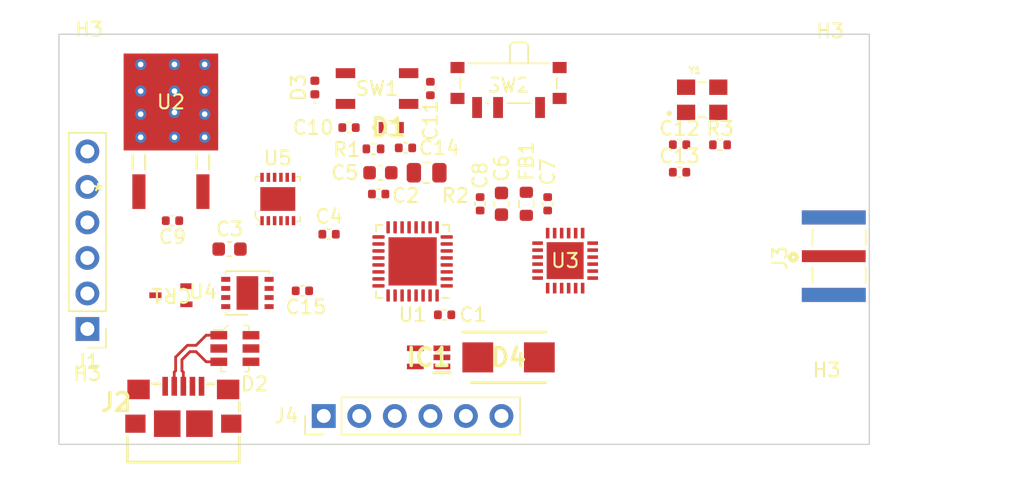
<source format=kicad_pcb>
(kicad_pcb (version 20221018) (generator pcbnew)
  (layers (0 "F.Cu" signal) (31 "B.Cu" signal) (34 "B.Paste" user) (35 "F.Paste" user) (36 "B.SilkS" user "B.Silkscreen") (37 "F.SilkS" user "F.Silkscreen") (38 "B.Mask" user) (39 "F.Mask" user) (44 "Edge.Cuts" user))
  (net 0 "")
  (net 4 "VBUS")
  (net 5 "GND")
  (net 7 "+3.3V")
  (net 8 "+3.3VA")
  (net 9 "/BOOT0")
  (net 10 "Net-(J1-Pin_2)")
  (net 11 "/USB Interface/USB_D-_C")
  (net 12 "Net-(J1-Pin_4)")
  (net 28 "/USB Interface/USB_D+_C")
  (net 29 "/USB Interface/USB_D+")
  (net 55 "/NRST")
  (net 56 "/DEBUG_JTDO-SWO")
  (net 57 "/DEBUG_JTSK_SWDIO")
  (net 58 "/DEBUG_JTSK_SWCLK")
  (net 59 "/DEBUG_JTSK_SWO")
  (net 60 "/USB Interface/USB_D-")
  (net 61 "Net-(D3-K)")
  (net 68 "/CAN_RX")
  (net 69 "/CAN_TX")
  (net 70 "Net-(C12-Pad1)")
  (net 71 "RCC_OSC_IN")
  (net 72 "RCC_OSC_OUT")
  (net 73 "/USART1_TX")
  (net 74 "/USART1_RX")
  (net 75 "Net-(U4-STBY)")
  (footprint "Capacitor_SMD:C_0402_1005Metric" (layer "F.Cu") (at 50.673 113.475 180)
    (fp_text reference "C15" (at -0.254 -1.16) (layer "F.SilkS"))
    (fp_text value "100u")
    (fp_line (start -0.107836 -0.36) (end 0.107836 -0.36) (stroke (width 0.12)) (layer "F.SilkS"))
    (fp_line (start -0.107836 0.36) (end 0.107836 0.36) (stroke (width 0.12)) (layer "F.SilkS"))
    (pad "1" smd roundrect (at -0.48 0 180) (size 0.56 0.62) (layers "F.Cu" "F.Paste" "F.Mask") (net 5 "GND"))
    (pad "2" smd roundrect (at 0.48 0 180) (size 0.56 0.62) (layers "F.Cu" "F.Paste" "F.Mask") (net 7 "+3.3V"))
  )
  (footprint "footprints:TAOGLAS_EMPCB.SMAFSTJ.B.HT" (layer "F.Cu") (at 88.646 110.998 90)
    (fp_text reference "J3" (at -0.13514 -3.84871 90) (layer "F.SilkS") (effects (font (size 1.000961 1.000961))))
    (fp_text value "Conn_Coaxial")
    (fp_line (start -1.9 -1.52) (end -0.8 -1.52) (stroke (width 0.127)) (layer "F.SilkS"))
    (fp_line (start -1.9 2.28) (end -0.8 2.28) (stroke (width 0.127)) (layer "F.SilkS"))
    (fp_line (start 0.8 -1.52) (end 1.9 -1.52) (stroke (width 0.127)) (layer "F.SilkS"))
    (fp_line (start 0.8 2.28) (end 1.9 2.28) (stroke (width 0.127)) (layer "F.SilkS"))
    (fp_circle (center -0.073 -2.888) (end 0.027 -2.888) (stroke (width 0.3)) (fill none) (layer "F.SilkS"))
    (pad "1" smd rect (at 0 0 90) (size 0.85 4.56) (layers "F.Cu" "F.Paste" "F.Mask"))
    (pad "SH1" smd rect (at -2.77 0 90) (size 1 4.56) (layers "F.Cu" "F.Paste" "F.Mask"))
    (pad "SH2" smd rect (at 2.77 0 90) (size 1 4.56) (layers "F.Cu" "F.Paste" "F.Mask"))
    (pad "SH3" smd rect (at -2.77 0 90) (size 1 4.56) (layers "B.Cu" "B.Paste" "B.Mask"))
    (pad "SH4" smd rect (at 2.77 0 90) (size 1 4.56) (layers "B.Cu" "B.Paste" "B.Mask"))
  )
  (footprint "Capacitor_SMD:C_0402_1005Metric" (layer "F.Cu") (at 56.121 106.553)
    (fp_text reference "C2" (at 1.933 0.1095 180) (layer "F.SilkS"))
    (fp_text value "100n")
    (fp_line (start -0.107836 -0.36) (end 0.107836 -0.36) (stroke (width 0.12)) (layer "F.SilkS"))
    (fp_line (start -0.107836 0.36) (end 0.107836 0.36) (stroke (width 0.12)) (layer "F.SilkS"))
    (pad "1" smd roundrect (at -0.48 0) (size 0.56 0.62) (layers "F.Cu" "F.Paste" "F.Mask") (net 7 "+3.3V"))
    (pad "2" smd roundrect (at 0.48 0) (size 0.56 0.62) (layers "F.Cu" "F.Paste" "F.Mask") (net 5 "GND"))
  )
  (footprint "LED_SMD:LED_0402_1005Metric" (layer "F.Cu") (at 51.562 98.933 90)
    (fp_text reference "D3" (at 0 -1.17 90) (layer "F.SilkS"))
    (fp_text value "RED")
    (fp_circle (center -1.09 0) (end -1.04 0) (stroke (width 0.1)) (fill none) (layer "F.SilkS"))
    (pad "1" smd roundrect (at -0.485 0 90) (size 0.59 0.64) (layers "F.Cu" "F.Paste" "F.Mask") (net 61 "Net-(D3-K)"))
    (pad "2" smd roundrect (at 0.485 0 90) (size 0.59 0.64) (layers "F.Cu" "F.Paste" "F.Mask") (net 4 "VBUS"))
  )
  (footprint "digikey-footprints:DFN-12-1EP_3x3mm" (layer "F.Cu") (at 48.913 106.908)
    (fp_text reference "U5" (at 0 -2.925) (layer "F.SilkS"))
    (fp_text value "FT234XD-R")
    (fp_line (start -1.6 -1.6) (end -1.6 -1.3) (stroke (width 0.1)) (layer "F.SilkS"))
    (fp_line (start -1.6 -1.6) (end -1.3 -1.6) (stroke (width 0.1)) (layer "F.SilkS"))
    (fp_line (start -1.6 0.9) (end -1.6 1.275) (stroke (width 0.1)) (layer "F.SilkS"))
    (fp_line (start -1.6 1.275) (end -1.3 1.575) (stroke (width 0.1)) (layer "F.SilkS"))
    (fp_line (start -1.3 1.575) (end -1.3 1.85) (stroke (width 0.1)) (layer "F.SilkS"))
    (fp_line (start 1.6 -1.6) (end 1.3 -1.6) (stroke (width 0.1)) (layer "F.SilkS"))
    (fp_line (start 1.6 -1.6) (end 1.6 -1.3) (stroke (width 0.1)) (layer "F.SilkS"))
    (fp_line (start 1.6 1.6) (end 1.3 1.6) (stroke (width 0.1)) (layer "F.SilkS"))
    (fp_line (start 1.6 1.6) (end 1.6 1.3) (stroke (width 0.1)) (layer "F.SilkS"))
    (pad "1" smd rect (at -1.125 1.55) (size 0.25 0.65) (layers "F.Cu" "F.Paste" "F.Mask"))
    (pad "2" smd rect (at -0.675 1.55) (size 0.25 0.65) (layers "F.Cu" "F.Paste" "F.Mask"))
    (pad "3" smd rect (at -0.225 1.55) (size 0.25 0.65) (layers "F.Cu" "F.Paste" "F.Mask"))
    (pad "4" smd rect (at 0.225 1.55) (size 0.25 0.65) (layers "F.Cu" "F.Paste" "F.Mask"))
    (pad "5" smd rect (at 0.675 1.55) (size 0.25 0.65) (layers "F.Cu" "F.Paste" "F.Mask") (net 5 "GND"))
    (pad "6" smd rect (at 1.125 1.55) (size 0.25 0.65) (layers "F.Cu" "F.Paste" "F.Mask"))
    (pad "7" smd rect (at 1.125 -1.55) (size 0.25 0.65) (layers "F.Cu" "F.Paste" "F.Mask") (net 73 "/USART1_TX"))
    (pad "8" smd rect (at 0.675 -1.55) (size 0.25 0.65) (layers "F.Cu" "F.Paste" "F.Mask"))
    (pad "9" smd rect (at 0.225 -1.55) (size 0.25 0.65) (layers "F.Cu" "F.Paste" "F.Mask"))
    (pad "10" smd rect (at -0.225 -1.55) (size 0.25 0.65) (layers "F.Cu" "F.Paste" "F.Mask") (net 74 "/USART1_RX"))
    (pad "11" smd rect (at -0.675 -1.55) (size 0.25 0.65) (layers "F.Cu" "F.Paste" "F.Mask"))
    (pad "12" smd rect (at -1.125 -1.55) (size 0.25 0.65) (layers "F.Cu" "F.Paste" "F.Mask"))
    (pad "13" smd rect (at 0 0) (size 2.5 1.7) (layers "F.Cu" "F.Paste" "F.Mask") (net 5 "GND"))
  )
  (footprint "Capacitor_SMD:C_0402_1005Metric" (layer "F.Cu") (at 59.817 99.005 -90)
    (fp_text reference "C11" (at 2.286 0 90) (layer "F.SilkS"))
    (fp_text value "100n")
    (fp_line (start -0.107836 -0.36) (end 0.107836 -0.36) (stroke (width 0.12)) (layer "F.SilkS"))
    (fp_line (start -0.107836 0.36) (end 0.107836 0.36) (stroke (width 0.12)) (layer "F.SilkS"))
    (pad "1" smd roundrect (at -0.48 0 270) (size 0.56 0.62) (layers "F.Cu" "F.Paste" "F.Mask") (net 5 "GND"))
    (pad "2" smd roundrect (at 0.48 0 270) (size 0.56 0.62) (layers "F.Cu" "F.Paste" "F.Mask") (net 55 "/NRST"))
  )
  (footprint "Button_Switch_SMD:SW_SPDT_PCM12" (layer "F.Cu") (at 65.405 98.933 180)
    (fp_text reference "SW2" (at 0 0.166) (layer "F.SilkS"))
    (fp_text value "BOOT0")
    (fp_line (start -3.45 -0.07) (end -3.45 0.72) (stroke (width 0.12)) (layer "F.SilkS"))
    (fp_line (start -2.85 1.73) (end 2.85 1.73) (stroke (width 0.12)) (layer "F.SilkS"))
    (fp_line (start -1.6 -1.12) (end 0.1 -1.12) (stroke (width 0.12)) (layer "F.SilkS"))
    (fp_line (start -1.4 1.73) (end -1.4 3.02) (stroke (width 0.12)) (layer "F.SilkS"))
    (fp_line (start -1.4 3.02) (end -1.2 3.23) (stroke (width 0.12)) (layer "F.SilkS"))
    (fp_line (start -1.2 3.23) (end -0.3 3.23) (stroke (width 0.12)) (layer "F.SilkS"))
    (fp_line (start -0.1 3.02) (end -0.3 3.23) (stroke (width 0.12)) (layer "F.SilkS"))
    (fp_line (start -0.1 3.02) (end -0.1 1.73) (stroke (width 0.12)) (layer "F.SilkS"))
    (fp_line (start 1.4 -1.12) (end 1.6 -1.12) (stroke (width 0.12)) (layer "F.SilkS"))
    (fp_line (start 3.45 0.72) (end 3.45 -0.07) (stroke (width 0.12)) (layer "F.SilkS"))
    (pad "" smd rect (at -3.65 -0.78 180) (size 1 0.8) (layers "F.Cu" "F.Paste" "F.Mask"))
    (pad "" smd rect (at -3.65 1.43 180) (size 1 0.8) (layers "F.Cu" "F.Paste" "F.Mask"))
    (pad "" np_thru_hole circle (at -1.5 0.33 180) (size 0.9 0.9) (drill 0.9) (layers "*.Cu" "*.Mask"))
    (pad "" np_thru_hole circle (at 1.5 0.33 180) (size 0.9 0.9) (drill 0.9) (layers "*.Cu" "*.Mask"))
    (pad "" smd rect (at 3.65 -0.78 180) (size 1 0.8) (layers "F.Cu" "F.Paste" "F.Mask"))
    (pad "" smd rect (at 3.65 1.43 180) (size 1 0.8) (layers "F.Cu" "F.Paste" "F.Mask"))
    (pad "1" smd rect (at -2.25 -1.43 180) (size 0.7 1.5) (layers "F.Cu" "F.Paste" "F.Mask") (net 5 "GND"))
    (pad "2" smd rect (at 0.75 -1.43 180) (size 0.7 1.5) (layers "F.Cu" "F.Paste" "F.Mask") (net 9 "/BOOT0"))
    (pad "3" smd rect (at 2.25 -1.43 180) (size 0.7 1.5) (layers "F.Cu" "F.Paste" "F.Mask") (net 7 "+3.3V"))
  )
  (footprint "Resistor_SMD:R_0402_1005Metric" (layer "F.Cu") (at 80.516 103.031)
    (fp_text reference "R3" (at 0 -1.17) (layer "F.SilkS"))
    (fp_text value "390")
    (fp_line (start -0.153641 -0.38) (end 0.153641 -0.38) (stroke (width 0.12)) (layer "F.SilkS"))
    (fp_line (start -0.153641 0.38) (end 0.153641 0.38) (stroke (width 0.12)) (layer "F.SilkS"))
    (pad "1" smd roundrect (at -0.51 0) (size 0.54 0.64) (layers "F.Cu" "F.Paste" "F.Mask") (net 70 "Net-(C12-Pad1)"))
    (pad "2" smd roundrect (at 0.51 0) (size 0.54 0.64) (layers "F.Cu" "F.Paste" "F.Mask") (net 72 "RCC_OSC_OUT"))
  )
  (footprint "footprints:SOT65P210X110-5N" (layer "F.Cu") (at 59.69 118.237 180)
    (fp_text reference "IC1" (at 0 0 180) (layer "F.SilkS") (effects (font (size 1.27 1.27) (thickness 0.254))))
    (fp_text value "ESDALC6V1W5" hide)
    (fp_line (start -1.55 -1.1) (end -0.35 -1.1) (stroke (width 0.2)) (layer "F.SilkS"))
    (pad "1" smd rect (at -0.95 -0.65 270) (size 0.4 1.2) (layers "F.Cu" "F.Paste" "F.Mask") (net 55 "/NRST"))
    (pad "2" smd rect (at -0.95 0 270) (size 0.4 1.2) (layers "F.Cu" "F.Paste" "F.Mask") (net 5 "GND"))
    (pad "3" smd rect (at -0.95 0.65 270) (size 0.4 1.2) (layers "F.Cu" "F.Paste" "F.Mask") (net 56 "/DEBUG_JTDO-SWO"))
    (pad "4" smd rect (at 0.95 0.65 270) (size 0.4 1.2) (layers "F.Cu" "F.Paste" "F.Mask") (net 57 "/DEBUG_JTSK_SWDIO"))
    (pad "5" smd rect (at 0.95 -0.65 270) (size 0.4 1.2) (layers "F.Cu" "F.Paste" "F.Mask") (net 58 "/DEBUG_JTSK_SWCLK"))
  )
  (footprint "Package_DFN_QFN:QFN-32-1EP_5x5mm_P0.5mm_EP3.45x3.45mm" (layer "F.Cu") (at 58.547 111.372 180)
    (fp_text reference "U1" (at 0 -3.82) (layer "F.SilkS"))
    (fp_text value "STM32L442KCUx")
    (fp_line (start -2.61 2.61) (end -2.61 2.135) (stroke (width 0.12)) (layer "F.SilkS"))
    (fp_line (start -2.135 -2.61) (end -2.61 -2.61) (stroke (width 0.12)) (layer "F.SilkS"))
    (fp_line (start -2.135 2.61) (end -2.61 2.61) (stroke (width 0.12)) (layer "F.SilkS"))
    (fp_line (start 2.135 -2.61) (end 2.61 -2.61) (stroke (width 0.12)) (layer "F.SilkS"))
    (fp_line (start 2.135 2.61) (end 2.61 2.61) (stroke (width 0.12)) (layer "F.SilkS"))
    (fp_line (start 2.61 -2.61) (end 2.61 -2.135) (stroke (width 0.12)) (layer "F.SilkS"))
    (fp_line (start 2.61 2.61) (end 2.61 2.135) (stroke (width 0.12)) (layer "F.SilkS"))
    (pad "1" smd roundrect (at -2.4375 -1.75 180) (size 0.875 0.25) (layers "F.Cu" "F.Paste" "F.Mask") (net 7 "+3.3V"))
    (pad "2" smd roundrect (at -2.4375 -1.25 180) (size 0.875 0.25) (layers "F.Cu" "F.Paste" "F.Mask"))
    (pad "3" smd roundrect (at -2.4375 -0.75 180) (size 0.875 0.25) (layers "F.Cu" "F.Paste" "F.Mask"))
    (pad "4" smd roundrect (at -2.4375 -0.25 180) (size 0.875 0.25) (layers "F.Cu" "F.Paste" "F.Mask") (net 55 "/NRST"))
    (pad "5" smd roundrect (at -2.4375 0.25 180) (size 0.875 0.25) (layers "F.Cu" "F.Paste" "F.Mask") (net 8 "+3.3VA"))
    (pad "6" smd roundrect (at -2.4375 0.75 180) (size 0.875 0.25) (layers "F.Cu" "F.Paste" "F.Mask"))
    (pad "7" smd roundrect (at -2.4375 1.25 180) (size 0.875 0.25) (layers "F.Cu" "F.Paste" "F.Mask"))
    (pad "8" smd roundrect (at -2.4375 1.75 180) (size 0.875 0.25) (layers "F.Cu" "F.Paste" "F.Mask"))
    (pad "9" smd roundrect (at -1.75 2.4375 180) (size 0.25 0.875) (layers "F.Cu" "F.Paste" "F.Mask"))
    (pad "10" smd roundrect (at -1.25 2.4375 180) (size 0.25 0.875) (layers "F.Cu" "F.Paste" "F.Mask"))
    (pad "11" smd roundrect (at -0.75 2.4375 180) (size 0.25 0.875) (layers "F.Cu" "F.Paste" "F.Mask"))
    (pad "12" smd roundrect (at -0.25 2.4375 180) (size 0.25 0.875) (layers "F.Cu" "F.Paste" "F.Mask"))
    (pad "13" smd roundrect (at 0.25 2.4375 180) (size 0.25 0.875) (layers "F.Cu" "F.Paste" "F.Mask"))
    (pad "14" smd roundrect (at 0.75 2.4375 180) (size 0.25 0.875) (layers "F.Cu" "F.Paste" "F.Mask"))
    (pad "15" smd roundrect (at 1.25 2.4375 180) (size 0.25 0.875) (layers "F.Cu" "F.Paste" "F.Mask"))
    (pad "16" smd roundrect (at 1.75 2.4375 180) (size 0.25 0.875) (layers "F.Cu" "F.Paste" "F.Mask") (net 5 "GND"))
    (pad "17" smd roundrect (at 2.4375 1.75 180) (size 0.875 0.25) (layers "F.Cu" "F.Paste" "F.Mask") (net 7 "+3.3V"))
    (pad "18" smd roundrect (at 2.4375 1.25 180) (size 0.875 0.25) (layers "F.Cu" "F.Paste" "F.Mask"))
    (pad "19" smd roundrect (at 2.4375 0.75 180) (size 0.875 0.25) (layers "F.Cu" "F.Paste" "F.Mask"))
    (pad "20" smd roundrect (at 2.4375 0.25 180) (size 0.875 0.25) (layers "F.Cu" "F.Paste" "F.Mask"))
    (pad "21" smd roundrect (at 2.4375 -0.25 180) (size 0.875 0.25) (layers "F.Cu" "F.Paste" "F.Mask") (net 68 "/CAN_RX"))
    (pad "22" smd roundrect (at 2.4375 -0.75 180) (size 0.875 0.25) (layers "F.Cu" "F.Paste" "F.Mask") (net 69 "/CAN_TX"))
    (pad "23" smd roundrect (at 2.4375 -1.25 180) (size 0.875 0.25) (layers "F.Cu" "F.Paste" "F.Mask") (net 57 "/DEBUG_JTSK_SWDIO"))
    (pad "24" smd roundrect (at 2.4375 -1.75 180) (size 0.875 0.25) (layers "F.Cu" "F.Paste" "F.Mask") (net 58 "/DEBUG_JTSK_SWCLK"))
    (pad "25" smd roundrect (at 1.75 -2.4375 180) (size 0.25 0.875) (layers "F.Cu" "F.Paste" "F.Mask"))
    (pad "26" smd roundrect (at 1.25 -2.4375 180) (size 0.25 0.875) (layers "F.Cu" "F.Paste" "F.Mask") (net 59 "/DEBUG_JTSK_SWO"))
    (pad "27" smd roundrect (at 0.75 -2.4375 180) (size 0.25 0.875) (layers "F.Cu" "F.Paste" "F.Mask"))
    (pad "28" smd roundrect (at 0.25 -2.4375 180) (size 0.25 0.875) (layers "F.Cu" "F.Paste" "F.Mask"))
    (pad "29" smd roundrect (at -0.25 -2.4375 180) (size 0.25 0.875) (layers "F.Cu" "F.Paste" "F.Mask") (net 73 "/USART1_TX"))
    (pad "30" smd roundrect (at -0.75 -2.4375 180) (size 0.25 0.875) (layers "F.Cu" "F.Paste" "F.Mask") (net 74 "/USART1_RX"))
    (pad "31" smd roundrect (at -1.25 -2.4375 180) (size 0.25 0.875) (layers "F.Cu" "F.Paste" "F.Mask") (net 9 "/BOOT0"))
    (pad "32" smd roundrect (at -1.75 -2.4375 180) (size 0.25 0.875) (layers "F.Cu" "F.Paste" "F.Mask") (net 5 "GND"))
    (pad "33" smd rect (at 0 0 180) (size 3.45 3.45) (layers "F.Cu" "F.Mask") (net 5 "GND"))
  )
  (footprint "Capacitor_SMD:C_0603_1608Metric" (layer "F.Cu") (at 64.897 107.251 -90)
    (fp_text reference "C6" (at -2.54 0 90) (layer "F.SilkS"))
    (fp_text value "1u")
    (fp_line (start -0.14058 -0.51) (end 0.14058 -0.51) (stroke (width 0.12)) (layer "F.SilkS"))
    (fp_line (start -0.14058 0.51) (end 0.14058 0.51) (stroke (width 0.12)) (layer "F.SilkS"))
    (pad "1" smd roundrect (at -0.775 0 270) (size 0.9 0.95) (layers "F.Cu" "F.Paste" "F.Mask") (net 8 "+3.3VA"))
    (pad "2" smd roundrect (at 0.775 0 270) (size 0.9 0.95) (layers "F.Cu" "F.Paste" "F.Mask") (net 5 "GND"))
  )
  (footprint "Connector_PinHeader_2.54mm:PinHeader_1x06_P2.54mm_Vertical" (layer "F.Cu") (at 52.197 122.428 90)
    (fp_text reference "J4" (at 0 -2.667 180) (layer "F.SilkS"))
    (fp_text value "Conn_01x06_Pin")
    (fp_line (start -1.33 -1.33) (end 0 -1.33) (stroke (width 0.12)) (layer "F.SilkS"))
    (fp_line (start -1.33 0) (end -1.33 -1.33) (stroke (width 0.12)) (layer "F.SilkS"))
    (fp_line (start -1.33 1.27) (end -1.33 14.03) (stroke (width 0.12)) (layer "F.SilkS"))
    (fp_line (start -1.33 1.27) (end 1.33 1.27) (stroke (width 0.12)) (layer "F.SilkS"))
    (fp_line (start -1.33 14.03) (end 1.33 14.03) (stroke (width 0.12)) (layer "F.SilkS"))
    (fp_line (start 1.33 1.27) (end 1.33 14.03) (stroke (width 0.12)) (layer "F.SilkS"))
    (pad "1" thru_hole rect (at 0 0 90) (size 1.7 1.7) (drill 1) (layers "*.Cu" "*.Mask") (net 7 "+3.3V"))
    (pad "2" thru_hole oval (at 0 2.54 90) (size 1.7 1.7) (drill 1) (layers "*.Cu" "*.Mask") (net 58 "/DEBUG_JTSK_SWCLK"))
    (pad "3" thru_hole oval (at 0 5.08 90) (size 1.7 1.7) (drill 1) (layers "*.Cu" "*.Mask") (net 5 "GND"))
    (pad "4" thru_hole oval (at 0 7.62 90) (size 1.7 1.7) (drill 1) (layers "*.Cu" "*.Mask") (net 57 "/DEBUG_JTSK_SWDIO"))
    (pad "5" thru_hole oval (at 0 10.16 90) (size 1.7 1.7) (drill 1) (layers "*.Cu" "*.Mask") (net 55 "/NRST"))
    (pad "6" thru_hole oval (at 0 12.7 90) (size 1.7 1.7) (drill 1) (layers "*.Cu" "*.Mask") (net 56 "/DEBUG_JTDO-SWO"))
  )
  (footprint "Capacitor_SMD:C_0402_1005Metric" (layer "F.Cu") (at 58.039 103.251)
    (fp_text reference "C14" (at 2.413 0) (layer "F.SilkS"))
    (fp_text value "100n")
    (fp_line (start -0.107836 -0.36) (end 0.107836 -0.36) (stroke (width 0.12)) (layer "F.SilkS"))
    (fp_line (start -0.107836 0.36) (end 0.107836 0.36) (stroke (width 0.12)) (layer "F.SilkS"))
    (pad "1" smd roundrect (at -0.48 0) (size 0.56 0.62) (layers "F.Cu" "F.Paste" "F.Mask") (net 5 "GND"))
    (pad "2" smd roundrect (at 0.48 0) (size 0.56 0.62) (layers "F.Cu" "F.Paste" "F.Mask") (net 4 "VBUS"))
  )
  (footprint "Capacitor_SMD:C_0402_1005Metric" (layer "F.Cu") (at 77.626 104.991)
    (fp_text reference "C13" (at 0 -1.16) (layer "F.SilkS"))
    (fp_text value "14p")
    (fp_line (start -0.107836 -0.36) (end 0.107836 -0.36) (stroke (width 0.12)) (layer "F.SilkS"))
    (fp_line (start -0.107836 0.36) (end 0.107836 0.36) (stroke (width 0.12)) (layer "F.SilkS"))
    (pad "1" smd roundrect (at -0.48 0) (size 0.56 0.62) (layers "F.Cu" "F.Paste" "F.Mask") (net 71 "RCC_OSC_IN"))
    (pad "2" smd roundrect (at 0.48 0) (size 0.56 0.62) (layers "F.Cu" "F.Paste" "F.Mask") (net 5 "GND"))
  )
  (footprint "MountingHole:MountingHole_2.2mm_M2_DIN965" (layer "F.Cu") (at 35.306 122.301)
    (fp_text reference "H3" (at 0 -2.9) (layer "F.SilkS"))
    (fp_text value "MountingHole")
    (pad "" np_thru_hole circle (at 0 0) (size 2.2 2.2) (drill 2.2) (layers "*.Cu" "*.Mask"))
  )
  (footprint "MountingHole:MountingHole_2.2mm_M2_DIN965" (layer "F.Cu") (at 88.392 97.79)
    (fp_text reference "H3" (at 0 -2.9) (layer "F.SilkS"))
    (fp_text value "MountingHole")
    (pad "" np_thru_hole circle (at 0 0) (size 2.2 2.2) (drill 2.2) (layers "*.Cu" "*.Mask"))
  )
  (footprint "Capacitor_SMD:C_0603_1608Metric" (layer "F.Cu") (at 45.466 110.49)
    (fp_text reference "C3" (at 0 -1.43) (layer "F.SilkS"))
    (fp_text value "22u")
    (fp_line (start -0.14058 -0.51) (end 0.14058 -0.51) (stroke (width 0.12)) (layer "F.SilkS"))
    (fp_line (start -0.14058 0.51) (end 0.14058 0.51) (stroke (width 0.12)) (layer "F.SilkS"))
    (pad "1" smd roundrect (at -0.775 0) (size 0.9 0.95) (layers "F.Cu" "F.Paste" "F.Mask") (net 7 "+3.3V"))
    (pad "2" smd roundrect (at 0.775 0) (size 0.9 0.95) (layers "F.Cu" "F.Paste" "F.Mask") (net 5 "GND"))
  )
  (footprint "Capacitor_SMD:C_0402_1005Metric" (layer "F.Cu") (at 63.373 107.251 -90)
    (fp_text reference "C8" (at -2.032 0 90) (layer "F.SilkS"))
    (fp_text value "10n")
    (fp_line (start -0.107836 -0.36) (end 0.107836 -0.36) (stroke (width 0.12)) (layer "F.SilkS"))
    (fp_line (start -0.107836 0.36) (end 0.107836 0.36) (stroke (width 0.12)) (layer "F.SilkS"))
    (pad "1" smd roundrect (at -0.48 0 270) (size 0.56 0.62) (layers "F.Cu" "F.Paste" "F.Mask") (net 8 "+3.3VA"))
    (pad "2" smd roundrect (at 0.48 0 270) (size 0.56 0.62) (layers "F.Cu" "F.Paste" "F.Mask") (net 5 "GND"))
  )
  (footprint "footprints:KVU3_TEX" (layer "F.Cu") (at 41.275 99.96805)
    (fp_text reference "U2" (at 0 0 unlocked) (layer "F.SilkS"))
    (fp_text value "TLV2217-33KVURG3")
    (fp_text user "*" (at -5.207 6.4135) (layer "F.SilkS"))
    (fp_text user "*" (at -5.207 6.4135 unlocked) (layer "F.SilkS"))
    (fp_line (start -2.7305 3.79984) (end -2.7305 4.818901) (stroke (width 0.1524)) (layer "F.SilkS"))
    (fp_line (start -1.8415 3.79984) (end -1.8415 4.818901) (stroke (width 0.1524)) (layer "F.SilkS"))
    (fp_line (start 1.8415 3.79984) (end 1.8415 4.818901) (stroke (width 0.1524)) (layer "F.SilkS"))
    (fp_line (start 2.7305 3.79984) (end 2.7305 4.818901) (stroke (width 0.1524)) (layer "F.SilkS"))
    (pad "1" smd rect (at -2.286 6.4135) (size 0.939 2.477998) (layers "F.Cu" "F.Paste" "F.Mask") (net 7 "+3.3V"))
    (pad "2" smd rect (at 0 0) (size 6.7564 6.9342) (layers "F.Cu" "F.Paste" "F.Mask") (net 5 "GND"))
    (pad "3" smd rect (at 2.286 6.4135) (size 0.939 2.477998) (layers "F.Cu" "F.Paste" "F.Mask") (net 4 "VBUS"))
  )
  (footprint "Capacitor_SMD:C_0402_1005Metric" (layer "F.Cu") (at 68.199 107.251 -90)
    (fp_text reference "C7" (at -2.286 0 90) (layer "F.SilkS"))
    (fp_text value "1u")
    (fp_line (start -0.107836 -0.36) (end 0.107836 -0.36) (stroke (width 0.12)) (layer "F.SilkS"))
    (fp_line (start -0.107836 0.36) (end 0.107836 0.36) (stroke (width 0.12)) (layer "F.SilkS"))
    (pad "1" smd roundrect (at -0.48 0 270) (size 0.56 0.62) (layers "F.Cu" "F.Paste" "F.Mask") (net 7 "+3.3V"))
    (pad "2" smd roundrect (at 0.48 0 270) (size 0.56 0.62) (layers "F.Cu" "F.Paste" "F.Mask") (net 5 "GND"))
  )
  (footprint "Connector_PinHeader_2.54mm:PinHeader_1x06_P2.54mm_Vertical" (layer "F.Cu") (at 35.306 116.205 180)
    (fp_text reference "J1" (at 0 -2.33) (layer "F.SilkS"))
    (fp_text value "Conn_01x06_Pin")
    (fp_line (start -1.33 -1.33) (end 0 -1.33) (stroke (width 0.12)) (layer "F.SilkS"))
    (fp_line (start -1.33 0) (end -1.33 -1.33) (stroke (width 0.12)) (layer "F.SilkS"))
    (fp_line (start -1.33 1.27) (end -1.33 14.03) (stroke (width 0.12)) (layer "F.SilkS"))
    (fp_line (start -1.33 1.27) (end 1.33 1.27) (stroke (width 0.12)) (layer "F.SilkS"))
    (fp_line (start -1.33 14.03) (end 1.33 14.03) (stroke (width 0.12)) (layer "F.SilkS"))
    (fp_line (start 1.33 1.27) (end 1.33 14.03) (stroke (width 0.12)) (layer "F.SilkS"))
    (pad "1" thru_hole rect (at 0 0 180) (size 1.7 1.7) (drill 1) (layers "*.Cu" "*.Mask"))
    (pad "2" thru_hole oval (at 0 2.54 180) (size 1.7 1.7) (drill 1) (layers "*.Cu" "*.Mask") (net 10 "Net-(J1-Pin_2)"))
    (pad "3" thru_hole oval (at 0 5.08 180) (size 1.7 1.7) (drill 1) (layers "*.Cu" "*.Mask"))
    (pad "4" thru_hole oval (at 0 7.62 180) (size 1.7 1.7) (drill 1) (layers "*.Cu" "*.Mask") (net 12 "Net-(J1-Pin_4)"))
    (pad "5" thru_hole oval (at 0 10.16 180) (size 1.7 1.7) (drill 1) (layers "*.Cu" "*.Mask"))
    (pad "6" thru_hole oval (at 0 12.7 180) (size 1.7 1.7) (drill 1) (layers "*.Cu" "*.Mask") (net 5 "GND"))
  )
  (footprint "footprints:DIOM5436X265N" (layer "F.Cu") (at 65.405 118.237)
    (fp_text reference "D4" (at 0 0) (layer "F.SilkS") (effects (font (size 1.27 1.27) (thickness 0.254))))
    (fp_text value "SMLVT3V3" hide)
    (fp_line (start -2.675 1.812) (end 2.675 1.812) (stroke (width 0.2)) (layer "F.SilkS"))
    (fp_line (start 2.675 -1.812) (end -3.275 -1.812) (stroke (width 0.2)) (layer "F.SilkS"))
    (pad "1" smd rect (at -2.2 0 90) (size 2.15 2.2) (layers "F.Cu" "F.Paste" "F.Mask") (net 7 "+3.3V"))
    (pad "2" smd rect (at 2.2 0 90) (size 2.15 2.2) (layers "F.Cu" "F.Paste" "F.Mask") (net 5 "GND"))
  )
  (footprint "footprints:ESDA8P801U1M" (layer "F.Cu") (at 57.023 101.799)
    (fp_text reference "D1" (at -0.2 0) (layer "F.SilkS") (effects (font (size 1.27 1.27) (thickness 0.254))))
    (fp_text value "ESDA7P120-1U1M" hide)
    (fp_line (start -1.2 -0.1) (end -1.2 -0.1) (stroke (width 0.2)) (layer "F.SilkS"))
    (fp_line (start -1.2 0.1) (end -1.2 0.1) (stroke (width 0.2)) (layer "F.SilkS"))
    (fp_line (start -0.2 -0.5) (end 0.2 -0.5) (stroke (width 0.1)) (layer "F.SilkS"))
    (fp_line (start -0.2 0.5) (end 0.2 0.5) (stroke (width 0.1)) (layer "F.SilkS"))
    (fp_arc (start -1.2 -0.1) (mid -1.1 0) (end -1.2 0.1) (stroke (width 0.2)) (layer "F.SilkS"))
    (fp_arc (start -1.2 0.1) (mid -1.3 0) (end -1.2 -0.1) (stroke (width 0.2)) (layer "F.SilkS"))
    (pad "1" smd rect (at -0.625 0) (size 0.55 0.8) (layers "F.Cu" "F.Paste" "F.Mask") (net 4 "VBUS"))
    (pad "2" smd rect (at 0.625 0) (size 0.55 0.8) (layers "F.Cu" "F.Paste" "F.Mask") (net 5 "GND"))
  )
  (footprint "Resistor_SMD:R_0402_1005Metric" (layer "F.Cu") (at 55.753 103.323)
    (fp_text reference "R1" (at -1.905 0.055) (layer "F.SilkS"))
    (fp_text value "1k5")
    (fp_line (start -0.153641 -0.38) (end 0.153641 -0.38) (stroke (width 0.12)) (layer "F.SilkS"))
    (fp_line (start -0.153641 0.38) (end 0.153641 0.38) (stroke (width 0.12)) (layer "F.SilkS"))
    (pad "1" smd roundrect (at -0.51 0) (size 0.54 0.64) (layers "F.Cu" "F.Paste" "F.Mask") (net 5 "GND"))
    (pad "2" smd roundrect (at 0.51 0) (size 0.54 0.64) (layers "F.Cu" "F.Paste" "F.Mask") (net 61 "Net-(D3-K)"))
  )
  (footprint "Resistor_SMD:R_0805_2012Metric" (layer "F.Cu") (at 59.55 105.029 180)
    (fp_text reference "R2" (at -2.06 -1.6335) (layer "F.SilkS"))
    (fp_text value "10k")
    (fp_line (start -0.227064 -0.735) (end 0.227064 -0.735) (stroke (width 0.12)) (layer "F.SilkS"))
    (fp_line (start -0.227064 0.735) (end 0.227064 0.735) (stroke (width 0.12)) (layer "F.SilkS"))
    (pad "1" smd roundrect (at -0.9125 0 180) (size 1.025 1.4) (layers "F.Cu" "F.Paste" "F.Mask") (roundrect_rratio 0.243902439) (net 9 "/BOOT0"))
    (pad "2" smd roundrect (at 0.9125 0 180) (size 1.025 1.4) (layers "F.Cu" "F.Paste" "F.Mask") (roundrect_rratio 0.243902439) (net 9 "/BOOT0"))
  )
  (footprint "footprints:1981568-1" (layer "F.Cu") (at 42.164 125.73)
    (fp_text reference "J2" (at -4.834 -4.282) (layer "F.SilkS") (effects (font (size 1.27 1.27) (thickness 0.254))))
    (fp_text value "USB_B_Micro" hide)
    (fp_line (start -4 -4.29) (end -4 -3.65) (stroke (width 0.2)) (layer "F.SilkS"))
    (fp_line (start -4 0) (end -4 -1.8) (stroke (width 0.2)) (layer "F.SilkS"))
    (fp_line (start -4 0) (end 4 0) (stroke (width 0.2)) (layer "F.SilkS"))
    (fp_line (start -2.2 -5.6) (end -1.7 -5.6) (stroke (width 0.2)) (layer "F.SilkS"))
    (fp_line (start 1.7 -5.6) (end 2.2 -5.6) (stroke (width 0.2)) (layer "F.SilkS"))
    (fp_line (start 4 -4.29) (end 4 -3.65) (stroke (width 0.2)) (layer "F.SilkS"))
    (fp_line (start 4 0) (end 4 -1.8) (stroke (width 0.2)) (layer "F.SilkS"))
    (pad "1" smd rect (at -1.3 -5.425) (size 0.4 1.35) (layers "F.Cu" "F.Paste" "F.Mask"))
    (pad "2" smd rect (at -0.65 -5.425) (size 0.4 1.35) (layers "F.Cu" "F.Paste" "F.Mask") (net 11 "/USB Interface/USB_D-_C"))
    (pad "3" smd rect (at 0 -5.425) (size 0.4 1.35) (layers "F.Cu" "F.Paste" "F.Mask") (net 28 "/USB Interface/USB_D+_C"))
    (pad "4" smd rect (at 0.65 -5.425) (size 0.4 1.35) (layers "F.Cu" "F.Paste" "F.Mask") (net 4 "VBUS"))
    (pad "5" smd rect (at 1.3 -5.425) (size 0.4 1.35) (layers "F.Cu" "F.Paste" "F.Mask"))
    (pad "6" smd rect (at -3.2 -5.2 90) (size 1.4 1.6) (layers "F.Cu" "F.Paste" "F.Mask"))
    (pad "7" smd rect (at 3.2 -5.2 90) (size 1.4 1.6) (layers "F.Cu" "F.Paste" "F.Mask"))
    (pad "8" smd rect (at -3.425 -2.75 90) (size 1.3 1.45) (layers "F.Cu" "F.Paste" "F.Mask"))
    (pad "9" smd rect (at 3.425 -2.75 90) (size 1.3 1.45) (layers "F.Cu" "F.Paste" "F.Mask"))
    (pad "10" smd rect (at -1.15 -2.75 90) (size 1.9 1.9) (layers "F.Cu" "F.Paste" "F.Mask"))
    (pad "11" smd rect (at 1.15 -2.75 90) (size 1.9 1.9) (layers "F.Cu" "F.Paste" "F.Mask"))
  )
  (footprint "MountingHole:MountingHole_2.2mm_M2_DIN965" (layer "F.Cu") (at 88.138 122.047)
    (fp_text reference "H3" (at 0 -2.9) (layer "F.SilkS"))
    (fp_text value "MountingHole")
    (pad "" np_thru_hole circle (at 0 0) (size 2.2 2.2) (drill 2.2) (layers "*.Cu" "*.Mask"))
  )
  (footprint "footprints:SMD_025816_WRE" (layer "F.Cu") (at 56.007 99.005)
    (fp_text reference "SW1" (at 0 0 unlocked) (layer "F.SilkS"))
    (fp_text value "RESET")
    (pad "1" smd rect (at -2.257798 -1.1) (size 1.3914 0.7104) (layers "F.Cu" "F.Paste" "F.Mask") (net 5 "GND"))
    (pad "2" smd rect (at 2.257798 -1.1) (size 1.3914 0.7104) (layers "F.Cu" "F.Paste" "F.Mask") (net 5 "GND"))
    (pad "3" smd rect (at -2.257798 1.1) (size 1.3914 0.7104) (layers "F.Cu" "F.Paste" "F.Mask") (net 55 "/NRST"))
    (pad "4" smd rect (at 2.257798 1.1) (size 1.3914 0.7104) (layers "F.Cu" "F.Paste" "F.Mask") (net 55 "/NRST"))
  )
  (footprint "Capacitor_SMD:C_0402_1005Metric" (layer "F.Cu") (at 54.003 101.799)
    (fp_text reference "C10" (at -2.568 0) (layer "F.SilkS"))
    (fp_text value "100n")
    (fp_line (start -0.107836 -0.36) (end 0.107836 -0.36) (stroke (width 0.12)) (layer "F.SilkS"))
    (fp_line (start -0.107836 0.36) (end 0.107836 0.36) (stroke (width 0.12)) (layer "F.SilkS"))
    (pad "1" smd roundrect (at -0.48 0) (size 0.56 0.62) (layers "F.Cu" "F.Paste" "F.Mask") (net 4 "VBUS"))
    (pad "2" smd roundrect (at 0.48 0) (size 0.56 0.62) (layers "F.Cu" "F.Paste" "F.Mask") (net 5 "GND"))
  )
  (footprint "Capacitor_SMD:C_0402_1005Metric" (layer "F.Cu") (at 41.389 108.458 180)
    (fp_text reference "C9" (at 0 -1.16 180) (layer "F.SilkS"))
    (fp_text value "100n")
    (fp_line (start -0.107836 -0.36) (end 0.107836 -0.36) (stroke (width 0.12)) (layer "F.SilkS"))
    (fp_line (start -0.107836 0.36) (end 0.107836 0.36) (stroke (width 0.12)) (layer "F.SilkS"))
    (pad "1" smd roundrect (at -0.48 0 180) (size 0.56 0.62) (layers "F.Cu" "F.Paste" "F.Mask") (net 5 "GND"))
    (pad "2" smd roundrect (at 0.48 0 180) (size 0.56 0.62) (layers "F.Cu" "F.Paste" "F.Mask") (net 4 "VBUS"))
  )
  (footprint "footprints:QFN24_4X4_SEM" (layer "F.Cu") (at 69.449 111.3155)
    (fp_text reference "U3" (at 0 0 unlocked) (layer "F.SilkS"))
    (fp_text value "SX1280IMLTRT")
    (pad "1" smd rect (at -1.9685 -1.25 90) (size 0.254 0.762) (layers "F.Cu" "F.Paste" "F.Mask"))
    (pad "2" smd rect (at -1.9685 -0.750001 90) (size 0.254 0.762) (layers "F.Cu" "F.Paste" "F.Mask"))
    (pad "3" smd rect (at -1.9685 -0.25 90) (size 0.254 0.762) (layers "F.Cu" "F.Paste" "F.Mask"))
    (pad "4" smd rect (at -1.9685 0.25 90) (size 0.254 0.762) (layers "F.Cu" "F.Paste" "F.Mask"))
    (pad "5" smd rect (at -1.9685 0.750001 90) (size 0.254 0.762) (layers "F.Cu" "F.Paste" "F.Mask"))
    (pad "6" smd rect (at -1.9685 1.25 90) (size 0.254 0.762) (layers "F.Cu" "F.Paste" "F.Mask"))
    (pad "7" smd rect (at -1.25 1.9685) (size 0.254 0.762) (layers "F.Cu" "F.Paste" "F.Mask"))
    (pad "8" smd rect (at -0.750001 1.9685) (size 0.254 0.762) (layers "F.Cu" "F.Paste" "F.Mask"))
    (pad "9" smd rect (at -0.25 1.9685) (size 0.254 0.762) (layers "F.Cu" "F.Paste" "F.Mask"))
    (pad "10" smd rect (at 0.25 1.9685) (size 0.254 0.762) (layers "F.Cu" "F.Paste" "F.Mask"))
    (pad "11" smd rect (at 0.750001 1.9685) (size 0.254 0.762) (layers "F.Cu" "F.Paste" "F.Mask"))
    (pad "12" smd rect (at 1.25 1.9685) (size 0.254 0.762) (layers "F.Cu" "F.Paste" "F.Mask"))
    (pad "13" smd rect (at 1.9685 1.25 90) (size 0.254 0.762) (layers "F.Cu" "F.Paste" "F.Mask"))
    (pad "14" smd rect (at 1.9685 0.750001 90) (size 0.254 0.762) (layers "F.Cu" "F.Paste" "F.Mask"))
    (pad "15" smd rect (at 1.9685 0.25 90) (size 0.254 0.762) (layers "F.Cu" "F.Paste" "F.Mask"))
    (pad "16" smd rect (at 1.9685 -0.25 90) (size 0.254 0.762) (layers "F.Cu" "F.Paste" "F.Mask"))
    (pad "17" smd rect (at 1.9685 -0.750001 90) (size 0.254 0.762) (layers "F.Cu" "F.Paste" "F.Mask"))
    (pad "18" smd rect (at 1.9685 -1.25 90) (size 0.254 0.762) (layers "F.Cu" "F.Paste" "F.Mask"))
    (pad "19" smd rect (at 1.25 -1.9685) (size 0.254 0.762) (layers "F.Cu" "F.Paste" "F.Mask"))
    (pad "20" smd rect (at 0.750001 -1.9685) (size 0.254 0.762) (layers "F.Cu" "F.Paste" "F.Mask"))
    (pad "21" smd rect (at 0.25 -1.9685) (size 0.254 0.762) (layers "F.Cu" "F.Paste" "F.Mask"))
    (pad "22" smd rect (at -0.25 -1.9685) (size 0.254 0.762) (layers "F.Cu" "F.Paste" "F.Mask"))
    (pad "23" smd rect (at -0.750001 -1.9685) (size 0.254 0.762) (layers "F.Cu" "F.Paste" "F.Mask"))
    (pad "24" smd rect (at -1.25 -1.9685) (size 0.254 0.762) (layers "F.Cu" "F.Paste" "F.Mask"))
    (pad "25" smd rect (at 0 0) (size 2.6416 2.6416) (layers "F.Cu" "F.Paste" "F.Mask"))
  )
  (footprint "Resistor_SMD:R_0603_1608Metric" (layer "F.Cu") (at 66.675 107.251 -90)
    (fp_text reference "FB1" (at -3.048 0 90) (layer "F.SilkS"))
    (fp_text value "120R")
    (fp_line (start -0.237258 -0.5225) (end 0.237258 -0.5225) (stroke (width 0.12)) (layer "F.SilkS"))
    (fp_line (start -0.237258 0.5225) (end 0.237258 0.5225) (stroke (width 0.12)) (layer "F.SilkS"))
    (pad "1" smd roundrect (at -0.825 0 270) (size 0.8 0.95) (layers "F.Cu" "F.Paste" "F.Mask") (net 8 "+3.3VA"))
    (pad "2" smd roundrect (at 0.825 0 270) (size 0.8 0.95) (layers "F.Cu" "F.Paste" "F.Mask") (net 7 "+3.3V"))
  )
  (footprint "Capacitor_SMD:C_0402_1005Metric" (layer "F.Cu") (at 77.626 103.021)
    (fp_text reference "C12" (at 0 -1.16) (layer "F.SilkS"))
    (fp_text value "14p")
    (fp_line (start -0.107836 -0.36) (end 0.107836 -0.36) (stroke (width 0.12)) (layer "F.SilkS"))
    (fp_line (start -0.107836 0.36) (end 0.107836 0.36) (stroke (width 0.12)) (layer "F.SilkS"))
    (pad "1" smd roundrect (at -0.48 0) (size 0.56 0.62) (layers "F.Cu" "F.Paste" "F.Mask") (net 70 "Net-(C12-Pad1)"))
    (pad "2" smd roundrect (at 0.48 0) (size 0.56 0.62) (layers "F.Cu" "F.Paste" "F.Mask") (net 5 "GND"))
  )
  (footprint "footprints:SOT323-3L_STM" (layer "F.Cu") (at 41.275 113.792 180)
    (fp_text reference "CR1" (at 0 0 180 unlocked) (layer "F.SilkS"))
    (fp_text value "ESDCAN03-2BWY")
    (pad "1" smd rect (at -1.108451 -0.649999 180) (size 0.870699 0.4064) (layers "F.Cu" "F.Paste" "F.Mask") (net 12 "Net-(J1-Pin_4)"))
    (pad "2" smd rect (at -1.108451 0.649999 180) (size 0.870699 0.4064) (layers "F.Cu" "F.Paste" "F.Mask") (net 10 "Net-(J1-Pin_2)"))
    (pad "3" smd rect (at 1.108451 0 180) (size 0.870699 0.4064) (layers "F.Cu" "F.Paste" "F.Mask") (net 5 "GND"))
  )
  (footprint "Capacitor_SMD:C_0402_1005Metric" (layer "F.Cu") (at 60.833 115.189 180)
    (fp_text reference "C1" (at -2.032 0 180) (layer "F.SilkS"))
    (fp_text value "100n")
    (fp_line (start -0.107836 -0.36) (end 0.107836 -0.36) (stroke (width 0.12)) (layer "F.SilkS"))
    (fp_line (start -0.107836 0.36) (end 0.107836 0.36) (stroke (width 0.12)) (layer "F.SilkS"))
    (pad "1" smd roundrect (at -0.48 0 180) (size 0.56 0.62) (layers "F.Cu" "F.Paste" "F.Mask") (net 7 "+3.3V"))
    (pad "2" smd roundrect (at 0.48 0 180) (size 0.56 0.62) (layers "F.Cu" "F.Paste" "F.Mask") (net 5 "GND"))
  )
  (footprint "digikey-footprints:SOT23-6L" (layer "F.Cu") (at 45.847 117.602 -90)
    (fp_text reference "D2" (at 2.54 -1.397) (layer "F.SilkS"))
    (fp_text value "USBLC6-2SC6")
    (fp_line (start -1.65 -1) (end -1.65 -0.65) (stroke (width 0.1)) (layer "F.SilkS"))
    (fp_line (start -1.65 0.5) (end -1.325 0.825) (stroke (width 0.1)) (layer "F.SilkS"))
    (fp_line (start -1.325 0.825) (end -1.325 1.525) (stroke (width 0.1)) (layer "F.SilkS"))
    (fp_line (start -1.3 -1) (end -1.65 -1) (stroke (width 0.1)) (layer "F.SilkS"))
    (fp_line (start 1.3 -1) (end 1.65 -1) (stroke (width 0.1)) (layer "F.SilkS"))
    (fp_line (start 1.65 -1) (end 1.65 -0.7) (stroke (width 0.1)) (layer "F.SilkS"))
    (fp_line (start 1.65 0.675) (end 1.65 1) (stroke (width 0.1)) (layer "F.SilkS"))
    (fp_line (start 1.65 1) (end 1.35 1) (stroke (width 0.1)) (layer "F.SilkS"))
    (pad "1" smd rect (at -0.95 1.15 270) (size 0.6 1.2) (layers "F.Cu" "F.Paste" "F.Mask") (net 11 "/USB Interface/USB_D-_C"))
    (pad "2" smd rect (at 0 1.15 270) (size 0.6 1.2) (layers "F.Cu" "F.Paste" "F.Mask") (net 5 "GND"))
    (pad "3" smd rect (at 0.95 1.15 270) (size 0.6 1.2) (layers "F.Cu" "F.Paste" "F.Mask") (net 28 "/USB Interface/USB_D+_C"))
    (pad "4" smd rect (at 0.95 -1.15 270) (size 0.6 1.2) (layers "F.Cu" "F.Paste" "F.Mask") (net 29 "/USB Interface/USB_D+"))
    (pad "5" smd rect (at 0 -1.15 270) (size 0.6 1.2) (layers "F.Cu" "F.Paste" "F.Mask") (net 4 "VBUS"))
    (pad "6" smd rect (at -0.95 -1.15 270) (size 0.6 1.2) (layers "F.Cu" "F.Paste" "F.Mask") (net 60 "/USB Interface/USB_D-"))
  )
  (footprint "Capacitor_SMD:C_0402_1005Metric" (layer "F.Cu") (at 52.578 109.4285 180)
    (fp_text reference "C4" (at 0 1.27 180) (layer "F.SilkS"))
    (fp_text value "100n")
    (fp_line (start -0.107836 -0.36) (end 0.107836 -0.36) (stroke (width 0.12)) (layer "F.SilkS"))
    (fp_line (start -0.107836 0.36) (end 0.107836 0.36) (stroke (width 0.12)) (layer "F.SilkS"))
    (pad "1" smd roundrect (at -0.48 0 180) (size 0.56 0.62) (layers "F.Cu" "F.Paste" "F.Mask") (net 4 "VBUS"))
    (pad "2" smd roundrect (at 0.48 0 180) (size 0.56 0.62) (layers "F.Cu" "F.Paste" "F.Mask") (net 5 "GND"))
  )
  (footprint "footprints:XTAL_ECS-240-8-33-AGN-TR" (layer "F.Cu") (at 79.241 99.811)
    (fp_text reference "Y1" (at -0.527085 -2.109127) (layer "F.SilkS") (effects (font (size 0.480987 0.480987))))
    (fp_text value "8 MHz")
    (fp_line (start -0.27 1.25) (end 0.27 1.25) (stroke (width 0.127)) (layer "F.SilkS"))
    (fp_line (start 0.27 -1.25) (end -0.27 -1.25) (stroke (width 0.127)) (layer "F.SilkS"))
    (fp_circle (center -2.35 0.97) (end -2.25 0.97) (stroke (width 0.2)) (fill none) (layer "F.SilkS"))
    (pad "1" smd rect (at -1.15 0.9) (size 1.3 1.1) (layers "F.Cu" "F.Paste" "F.Mask") (net 71 "RCC_OSC_IN"))
    (pad "2" smd rect (at 1.15 0.9) (size 1.3 1.1) (layers "F.Cu" "F.Paste" "F.Mask") (net 5 "GND"))
    (pad "3" smd rect (at 1.15 -0.9) (size 1.3 1.1) (layers "F.Cu" "F.Paste" "F.Mask") (net 5 "GND"))
    (pad "4" smd rect (at -1.15 -0.9) (size 1.3 1.1) (layers "F.Cu" "F.Paste" "F.Mask") (net 70 "Net-(C12-Pad1)"))
  )
  (footprint "Package_DFN_QFN:DFN-8-1EP_3x3mm_P0.65mm_EP1.55x2.4mm" (layer "F.Cu") (at 46.7425 113.63 180)
    (fp_text reference "U4" (at 3.1685 0.084) (layer "F.SilkS"))
    (fp_text value "MCP2542WFDxMF (CAN)")
    (fp_line (start -1.56 1.56) (end -1.56 1.41) (stroke (width 0.12)) (layer "F.SilkS"))
    (fp_line (start -1.56 1.56) (end 1.56 1.56) (stroke (width 0.12)) (layer "F.SilkS"))
    (fp_line (start 0 -1.56) (end 1.56 -1.56) (stroke (width 0.12)) (layer "F.SilkS"))
    (fp_line (start 1.56 -1.56) (end 1.56 -1.41) (stroke (width 0.12)) (layer "F.SilkS"))
    (fp_line (start 1.56 1.56) (end 1.56 1.41) (stroke (width 0.12)) (layer "F.SilkS"))
    (pad "1" smd rect (at -1.55 -0.975 180) (size 0.65 0.35) (layers "F.Cu" "F.Paste" "F.Mask") (net 69 "/CAN_TX"))
    (pad "2" smd rect (at -1.55 -0.325 180) (size 0.65 0.35) (layers "F.Cu" "F.Paste" "F.Mask") (net 5 "GND"))
    (pad "3" smd rect (at -1.55 0.325 180) (size 0.65 0.35) (layers "F.Cu" "F.Paste" "F.Mask") (net 7 "+3.3V"))
    (pad "4" smd rect (at -1.55 0.975 180) (size 0.65 0.35) (layers "F.Cu" "F.Paste" "F.Mask") (net 68 "/CAN_RX"))
    (pad "5" smd rect (at 1.55 0.975 180) (size 0.65 0.35) (layers "F.Cu" "F.Paste" "F.Mask") (net 7 "+3.3V"))
    (pad "6" smd rect (at 1.55 0.325 180) (size 0.65 0.35) (layers "F.Cu" "F.Paste" "F.Mask") (net 12 "Net-(J1-Pin_4)"))
    (pad "7" smd rect (at 1.55 -0.325 180) (size 0.65 0.35) (layers "F.Cu" "F.Paste" "F.Mask") (net 10 "Net-(J1-Pin_2)"))
    (pad "8" smd rect (at 1.55 -0.975 180) (size 0.65 0.35) (layers "F.Cu" "F.Paste" "F.Mask") (net 75 "Net-(U4-STBY)"))
    (pad "9" smd rect (at 0 0 180) (size 1.55 2.4) (layers "F.Cu" "F.Mask") (net 5 "GND"))
  )
  (footprint "Capacitor_SMD:C_0603_1608Metric" (layer "F.Cu") (at 56.248 105.029)
    (fp_text reference "C5" (at -2.54 0) (layer "F.SilkS"))
    (fp_text value "10u")
    (fp_line (start -0.14058 -0.51) (end 0.14058 -0.51) (stroke (width 0.12)) (layer "F.SilkS"))
    (fp_line (start -0.14058 0.51) (end 0.14058 0.51) (stroke (width 0.12)) (layer "F.SilkS"))
    (pad "1" smd roundrect (at -0.775 0) (size 0.9 0.95) (layers "F.Cu" "F.Paste" "F.Mask") (net 7 "+3.3V"))
    (pad "2" smd roundrect (at 0.775 0) (size 0.9 0.95) (layers "F.Cu" "F.Paste" "F.Mask") (net 5 "GND"))
  )
  (footprint "MountingHole:MountingHole_2.2mm_M2_DIN965" (layer "F.Cu") (at 35.433 97.663)
    (fp_text reference "H3" (at 0 -2.9) (layer "F.SilkS"))
    (fp_text value "MountingHole")
    (pad "" np_thru_hole circle (at 0 0) (size 2.2 2.2) (drill 2.2) (layers "*.Cu" "*.Mask"))
  )
  (gr_rect (start 33.274 95.123) (end 91.186 124.46) (stroke (width 0.1)) (fill none) (layer "Edge.Cuts"))
  (via (at 41.529 100.711) (size 0.8) (drill 0.4) (layers "F.Cu" "B.Cu") (net 5))
  (via (at 41.529 99.187) (size 0.8) (drill 0.4) (layers "F.Cu" "B.Cu") (net 5))
  (via (at 39.116 102.489) (size 0.8) (drill 0.4) (layers "F.Cu" "B.Cu") (net 5))
  (via (at 41.529 97.282) (size 0.8) (drill 0.4) (layers "F.Cu" "B.Cu") (net 5))
  (via (at 39.116 97.282) (size 0.8) (drill 0.4) (layers "F.Cu" "B.Cu") (net 5))
  (via (at 43.688 99.187) (size 0.8) (drill 0.4) (layers "F.Cu" "B.Cu") (net 5))
  (via (at 39.116 99.187) (size 0.8) (drill 0.4) (layers "F.Cu" "B.Cu") (net 5))
  (via (at 43.688 100.838) (size 0.8) (drill 0.4) (layers "F.Cu" "B.Cu") (net 5))
  (via (at 39.116 100.838) (size 0.8) (drill 0.4) (layers "F.Cu" "B.Cu") (net 5))
  (via (at 43.688 97.282) (size 0.8) (drill 0.4) (layers "F.Cu" "B.Cu") (net 5))
  (via (at 41.529 102.489) (size 0.8) (drill 0.4) (layers "F.Cu" "B.Cu") (net 5))
  (via (at 43.688 102.489) (size 0.8) (drill 0.4) (layers "F.Cu" "B.Cu") (net 5))
  (segment (start 43.796999 116.652) (end 44.697 116.652) (width 0.2) (layer "F.Cu") (net 11))
  (segment (start 41.514 119.292499) (end 41.614 119.192499) (width 0.2) (layer "F.Cu") (net 11))
  (segment (start 43.071999 117.377) (end 43.796999 116.652) (width 0.2) (layer "F.Cu") (net 11))
  (segment (start 42.4518 117.377) (end 43.071999 117.377) (width 0.2) (layer "F.Cu") (net 11))
  (segment (start 41.514 120.305) (end 41.514 119.292499) (width 0.2) (layer "F.Cu") (net 11))
  (segment (start 41.614 118.2148) (end 42.4518 117.377) (width 0.2) (layer "F.Cu") (net 11))
  (segment (start 41.614 119.192499) (end 41.614 118.2148) (width 0.2) (layer "F.Cu") (net 11))
  (segment (start 42.164 119.292499) (end 42.064 119.192499) (width 0.2) (layer "F.Cu") (net 28))
  (segment (start 42.064 118.4012) (end 42.6382 117.827) (width 0.2) (layer "F.Cu") (net 28))
  (segment (start 42.6382 117.827) (end 43.071999 117.827) (width 0.2) (layer "F.Cu") (net 28))
  (segment (start 43.071999 117.827) (end 43.796999 118.552) (width 0.2) (layer "F.Cu") (net 28))
  (segment (start 42.164 120.305) (end 42.164 119.292499) (width 0.2) (layer "F.Cu") (net 28))
  (segment (start 42.064 119.192499) (end 42.064 118.4012) (width 0.2) (layer "F.Cu") (net 28))
  (segment (start 43.796999 118.552) (end 44.697 118.552) (width 0.2) (layer "F.Cu") (net 28))
)
</source>
